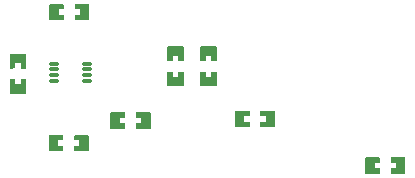
<source format=gtp>
G04 Layer: TopPasteMaskLayer*
G04 EasyEDA v6.5.22, 2023-11-14 22:50:32*
G04 e9b09aeb9267423f9454c27dff36c41a,e380eaf7f1bc463bad4fc33596f4f57f,10*
G04 Gerber Generator version 0.2*
G04 Scale: 100 percent, Rotated: No, Reflected: No *
G04 Dimensions in millimeters *
G04 leading zeros omitted , absolute positions ,4 integer and 5 decimal *
%FSLAX45Y45*%
%MOMM*%

%ADD10O,0.9050020000000001X0.2800096*%

%LPD*%
G36*
X4771898Y4169105D02*
G01*
X4766919Y4164076D01*
X4767376Y4122115D01*
X4811420Y4122115D01*
X4811420Y4077106D01*
X4766411Y4077106D01*
X4766919Y4036110D01*
X4771898Y4031081D01*
X4886909Y4031081D01*
X4891887Y4036110D01*
X4891887Y4164076D01*
X4886909Y4169105D01*
G37*
G36*
X4556912Y4169105D02*
G01*
X4551883Y4164076D01*
X4551883Y4036110D01*
X4556912Y4031081D01*
X4671923Y4031081D01*
X4676902Y4036110D01*
X4676394Y4077106D01*
X4632401Y4077106D01*
X4632401Y4122115D01*
X4676902Y4122115D01*
X4676902Y4164076D01*
X4671923Y4169105D01*
G37*
G36*
X2092198Y4359605D02*
G01*
X2087219Y4354576D01*
X2087676Y4312615D01*
X2131720Y4312615D01*
X2131720Y4267606D01*
X2086711Y4267606D01*
X2087219Y4226610D01*
X2092198Y4221581D01*
X2207209Y4221581D01*
X2212187Y4226610D01*
X2212187Y4354576D01*
X2207209Y4359605D01*
G37*
G36*
X1877212Y4359605D02*
G01*
X1872183Y4354576D01*
X1872183Y4226610D01*
X1877212Y4221581D01*
X1992223Y4221581D01*
X1997202Y4226610D01*
X1996693Y4267606D01*
X1952701Y4267606D01*
X1952701Y4312615D01*
X1997202Y4312615D01*
X1997202Y4354576D01*
X1992223Y4359605D01*
G37*
G36*
X1882190Y5468518D02*
G01*
X1877212Y5463489D01*
X1877212Y5335524D01*
X1882190Y5330494D01*
X1997202Y5330494D01*
X2002180Y5335524D01*
X2001723Y5377484D01*
X1957679Y5377484D01*
X1957679Y5422493D01*
X2002688Y5422493D01*
X2002180Y5463489D01*
X1997202Y5468518D01*
G37*
G36*
X2097176Y5468518D02*
G01*
X2092198Y5463489D01*
X2092706Y5422493D01*
X2136698Y5422493D01*
X2136698Y5377484D01*
X2092198Y5377484D01*
X2092198Y5335524D01*
X2097176Y5330494D01*
X2212187Y5330494D01*
X2217216Y5335524D01*
X2217216Y5463489D01*
X2212187Y5468518D01*
G37*
G36*
X2615387Y4552086D02*
G01*
X2610408Y4547108D01*
X2610916Y4505096D01*
X2654909Y4505096D01*
X2654909Y4460087D01*
X2609900Y4460087D01*
X2610408Y4419092D01*
X2615387Y4414113D01*
X2730398Y4414113D01*
X2735427Y4419092D01*
X2735427Y4547108D01*
X2730398Y4552086D01*
G37*
G36*
X2400401Y4552086D02*
G01*
X2395423Y4547108D01*
X2395423Y4419092D01*
X2400401Y4414113D01*
X2515412Y4414113D01*
X2520391Y4419092D01*
X2519883Y4460087D01*
X2475890Y4460087D01*
X2475890Y4505096D01*
X2520391Y4505096D01*
X2520391Y4547108D01*
X2515412Y4552086D01*
G37*
G36*
X2882392Y5110327D02*
G01*
X2877413Y5105298D01*
X2877413Y4990287D01*
X2882392Y4985308D01*
X2924403Y4985816D01*
X2924403Y5029809D01*
X2969412Y5029809D01*
X2969412Y4984800D01*
X3010408Y4985308D01*
X3015386Y4990287D01*
X3015386Y5105298D01*
X3010408Y5110327D01*
G37*
G36*
X2882392Y4895291D02*
G01*
X2877413Y4890312D01*
X2877413Y4775301D01*
X2882392Y4770323D01*
X3010408Y4770323D01*
X3015386Y4775301D01*
X3015386Y4890312D01*
X3010408Y4895291D01*
X2969412Y4894783D01*
X2969412Y4850790D01*
X2924403Y4850790D01*
X2924403Y4895291D01*
G37*
G36*
X3161792Y5110327D02*
G01*
X3156813Y5105298D01*
X3156813Y4990287D01*
X3161792Y4985308D01*
X3203803Y4985816D01*
X3203803Y5029809D01*
X3248812Y5029809D01*
X3248812Y4984800D01*
X3289808Y4985308D01*
X3294786Y4990287D01*
X3294786Y5105298D01*
X3289808Y5110327D01*
G37*
G36*
X3161792Y4895291D02*
G01*
X3156813Y4890312D01*
X3156813Y4775301D01*
X3161792Y4770323D01*
X3289808Y4770323D01*
X3294786Y4775301D01*
X3294786Y4890312D01*
X3289808Y4895291D01*
X3248812Y4894783D01*
X3248812Y4850790D01*
X3203803Y4850790D01*
X3203803Y4895291D01*
G37*
G36*
X3669487Y4564786D02*
G01*
X3664508Y4559808D01*
X3665016Y4517796D01*
X3709009Y4517796D01*
X3709009Y4472787D01*
X3664000Y4472787D01*
X3664508Y4431792D01*
X3669487Y4426813D01*
X3784498Y4426813D01*
X3789527Y4431792D01*
X3789527Y4559808D01*
X3784498Y4564786D01*
G37*
G36*
X3454501Y4564786D02*
G01*
X3449523Y4559808D01*
X3449523Y4431792D01*
X3454501Y4426813D01*
X3569512Y4426813D01*
X3574491Y4431792D01*
X3573983Y4472787D01*
X3529990Y4472787D01*
X3529990Y4517796D01*
X3574491Y4517796D01*
X3574491Y4559808D01*
X3569512Y4564786D01*
G37*
G36*
X1589887Y4832299D02*
G01*
X1548892Y4831791D01*
X1543913Y4826812D01*
X1543913Y4711801D01*
X1548892Y4706772D01*
X1676907Y4706772D01*
X1681886Y4711801D01*
X1681886Y4826812D01*
X1676907Y4831791D01*
X1634896Y4831283D01*
X1634896Y4787290D01*
X1589887Y4787290D01*
G37*
G36*
X1548892Y5046776D02*
G01*
X1543913Y5041798D01*
X1543913Y4926787D01*
X1548892Y4921808D01*
X1589887Y4922316D01*
X1589887Y4966309D01*
X1634896Y4966309D01*
X1634896Y4921808D01*
X1676907Y4921808D01*
X1681886Y4926787D01*
X1681886Y5041798D01*
X1676907Y5046776D01*
G37*
D10*
G01*
X2197658Y4814493D03*
G01*
X2197658Y4864506D03*
G01*
X2197658Y4914493D03*
G01*
X2197658Y4964506D03*
G01*
X1917141Y4814493D03*
G01*
X1917141Y4864506D03*
G01*
X1917141Y4914493D03*
G01*
X1917141Y4964506D03*
M02*

</source>
